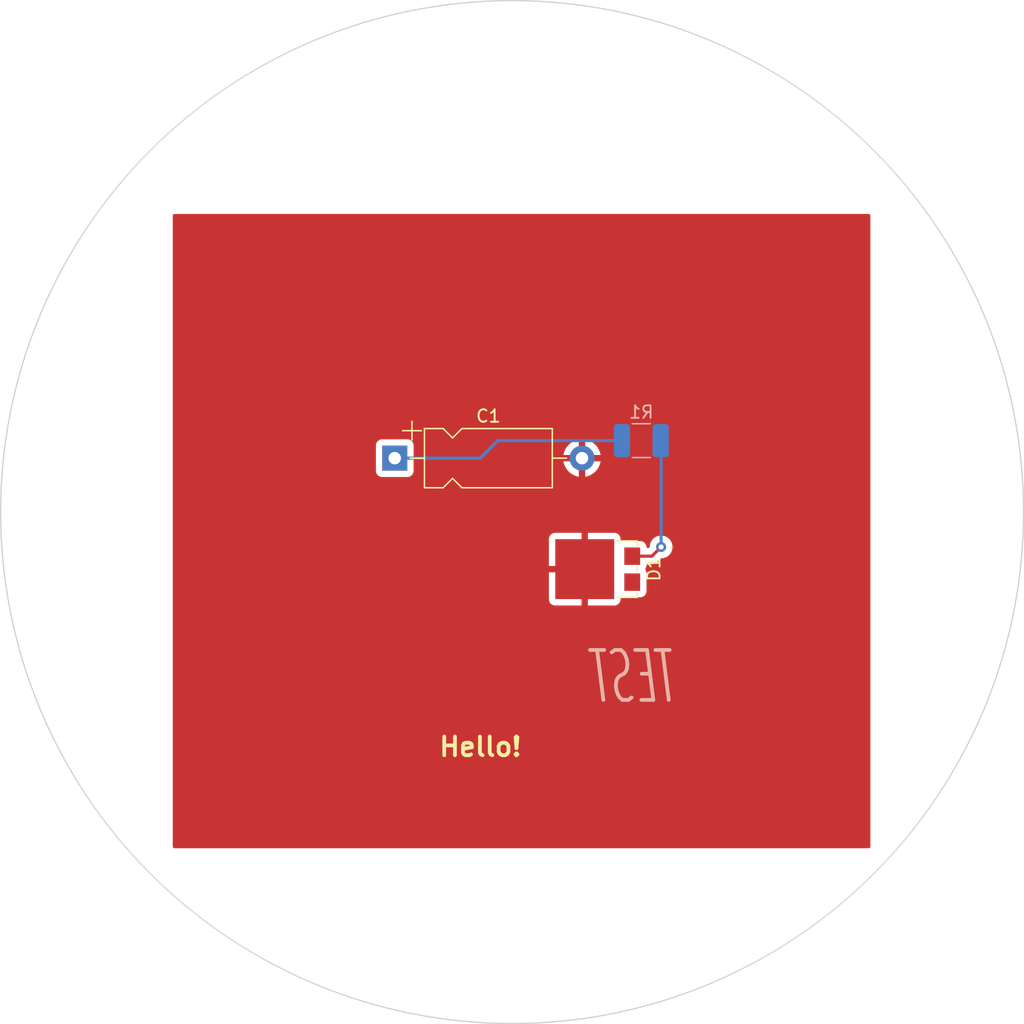
<source format=kicad_pcb>
(kicad_pcb (version 20211014) (generator pcbnew)
  (layers (0 "F.Cu" signal) (31 "B.Cu" signal) (34 "B.Paste" user) (35 "F.Paste" user) (36 "B.SilkS" user "B.Silkscreen") (37 "F.SilkS" user "F.Silkscreen") (38 "B.Mask" user) (39 "F.Mask" user) (44 "Edge.Cuts" user))
  (net 0 "")
  (net 1 "Net-(C1-Pad1)")
  (net 2 "GND")
  (net 3 "Net-(D1-Pad1)")
  (net 4 "+3V3")
  (footprint "Capacitor_THT:CP_Axial_L10.0mm_D4.5mm_P15.00mm_Horizontal" (layer "F.Cu") (at 115.824 93.472)
    (fp_text reference "C1" (at 7.5 -3.37) (layer "F.SilkS"))
    (fp_text value "10F Axial")
    (fp_line (start 12.62 -2.37) (end 12.62 2.37) (layer "F.SilkS") (width 0.12))
    (fp_line (start 1.24 0) (end 2.38 0) (layer "F.SilkS") (width 0.12))
    (fp_line (start 2.38 -2.37) (end 3.88 -2.37) (layer "F.SilkS") (width 0.12))
    (fp_line (start 0.63 -2.2) (end 2.13 -2.2) (layer "F.SilkS") (width 0.12))
    (fp_line (start 1.38 -2.95) (end 1.38 -1.45) (layer "F.SilkS") (width 0.12))
    (fp_line (start 4.63 1.62) (end 5.38 2.37) (layer "F.SilkS") (width 0.12))
    (fp_line (start 2.38 -2.37) (end 2.38 2.37) (layer "F.SilkS") (width 0.12))
    (fp_line (start 4.63 -1.62) (end 5.38 -2.37) (layer "F.SilkS") (width 0.12))
    (fp_line (start 3.88 2.37) (end 4.63 1.62) (layer "F.SilkS") (width 0.12))
    (fp_line (start 2.38 2.37) (end 3.88 2.37) (layer "F.SilkS") (width 0.12))
    (fp_line (start 5.38 -2.37) (end 12.62 -2.37) (layer "F.SilkS") (width 0.12))
    (fp_line (start 5.38 2.37) (end 12.62 2.37) (layer "F.SilkS") (width 0.12))
    (fp_line (start 13.76 0) (end 12.62 0) (layer "F.SilkS") (width 0.12))
    (fp_line (start 3.88 -2.37) (end 4.63 -1.62) (layer "F.SilkS") (width 0.12))
    (pad "1" thru_hole rect (at 0 0) (size 2 2) (drill 1) (layers *.Cu *.Mask) (net 1 "Net-(C1-Pad1)"))
    (pad "2" thru_hole oval (at 15 0) (size 2 2) (drill 1) (layers *.Cu *.Mask) (net 2 "GND"))
  )
  (footprint "Package_TO_SOT_SMD:TO-277A" (layer "F.Cu") (at 132.08 102.362 -90)
    (fp_text reference "D1" (at 0 -4.5 -270) (layer "F.SilkS"))
    (fp_text value "C3D02060E")
    (fp_line (start -2.26 -3.16) (end -2.26 -1.5) (layer "F.SilkS") (width 0.12))
    (fp_line (start 2.26 -1.5) (end 2.26 -3.16) (layer "F.SilkS") (width 0.12))
    (fp_line (start 2.26 -3.16) (end 1.92 -3.16) (layer "F.SilkS") (width 0.12))
    (fp_line (start -0.16 -3.16) (end 0.16 -3.16) (layer "F.SilkS") (width 0.12))
    (fp_line (start -1.92 -3.4) (end -1.92 -3.16) (layer "F.SilkS") (width 0.12))
    (fp_line (start -1.92 -3.16) (end -2.26 -3.16) (layer "F.SilkS") (width 0.12))
    (pad "1" smd rect (at -1.04 -2.765 270) (size 1.4 1.27) (layers "F.Cu" "F.Paste" "F.Mask") (net 3 "Net-(D1-Pad1)"))
    (pad "2" smd rect (at 1.04 -2.765 270) (size 1.4 1.27) (layers "F.Cu" "F.Paste" "F.Mask") (net 4 "+3V3"))
    (pad "3" smd rect (at 0 1.04 270) (size 4.8 4.72) (layers "F.Cu" "F.Mask") (net 2 "GND"))
  )
  (footprint "Resistor_SMD:R_1210_3225Metric_Pad1.30x2.65mm_HandSolder" (layer "B.Cu") (at 135.574 92.067 180)
    (fp_text reference "R1" (at 0 2.28) (layer "B.SilkS") (effects (justify mirror)))
    (fp_text value "10Ω 1210")
    (fp_line (start -0.723737 -1.355) (end 0.723737 -1.355) (layer "B.SilkS") (width 0.12))
    (fp_line (start -0.723737 1.355) (end 0.723737 1.355) (layer "B.SilkS") (width 0.12))
    (pad "1" smd roundrect (at -1.55 0 180) (size 1.3 2.65) (layers "B.Cu" "B.Paste" "B.Mask") (roundrect_rratio 0.192308) (net 3 "Net-(D1-Pad1)"))
    (pad "2" smd roundrect (at 1.55 0 180) (size 1.3 2.65) (layers "B.Cu" "B.Paste" "B.Mask") (roundrect_rratio 0.192308) (net 1 "Net-(C1-Pad1)"))
  )
  (gr_circle (center 125.222 97.79) (end 164.084 84.836) (layer "Edge.Cuts") (width 0.1) (fill none))
  (gr_text "TEST" (at 135.128 110.998) (layer "B.SilkS") (effects (font (size 4 2) (thickness 0.3) italic) (justify mirror)))
  (gr_text "Hello!" (at 122.682 116.586) (layer "F.SilkS") (effects (font (size 1.5 1.5) (thickness 0.3))))
  (segment (start 124.087 92.067) (end 122.682 93.472) (width 0.25) (layer "B.Cu") (net 1))
  (segment (start 122.682 93.472) (end 115.824 93.472) (width 0.25) (layer "B.Cu") (net 1))
  (segment (start 134.024 92.067) (end 124.087 92.067) (width 0.25) (layer "B.Cu") (net 1))
  (segment (start 136.422 101.322) (end 137.16 100.584) (width 0.25) (layer "F.Cu") (net 3))
  (segment (start 134.845 101.322) (end 136.422 101.322) (width 0.25) (layer "F.Cu") (net 3))
  (via (at 137.16 100.584) (size 0.8) (drill 0.4) (layers "F.Cu" "B.Cu") (net 3))
  (segment (start 137.16 92.103) (end 137.124 92.067) (width 0.25) (layer "B.Cu") (net 3))
  (segment (start 137.16 100.584) (end 137.16 92.103) (width 0.25) (layer "B.Cu") (net 3))
  (zone (net 2) (net_name "GND") (layer "F.Cu") (connect_pads (clearance 0.508)) (min_thickness 0.254) (fill yes (thermal_gap 0.508) (thermal_bridge_width 0.508))
    (polygon (pts (xy 153.924 124.714) (xy 98.044 124.714) (xy 98.044 73.914) (xy 153.924 73.914)))
  )
)
</source>
